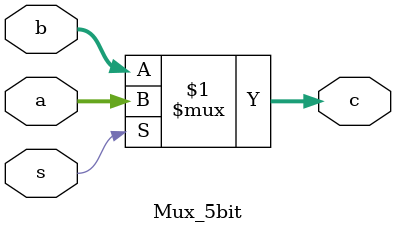
<source format=sv>
module Mux_5bit (

    input [4:0]a,b,
    input wire s,
    output [4:0]c
    );
    
    assign c = s ? a : b ;
    
endmodule
</source>
